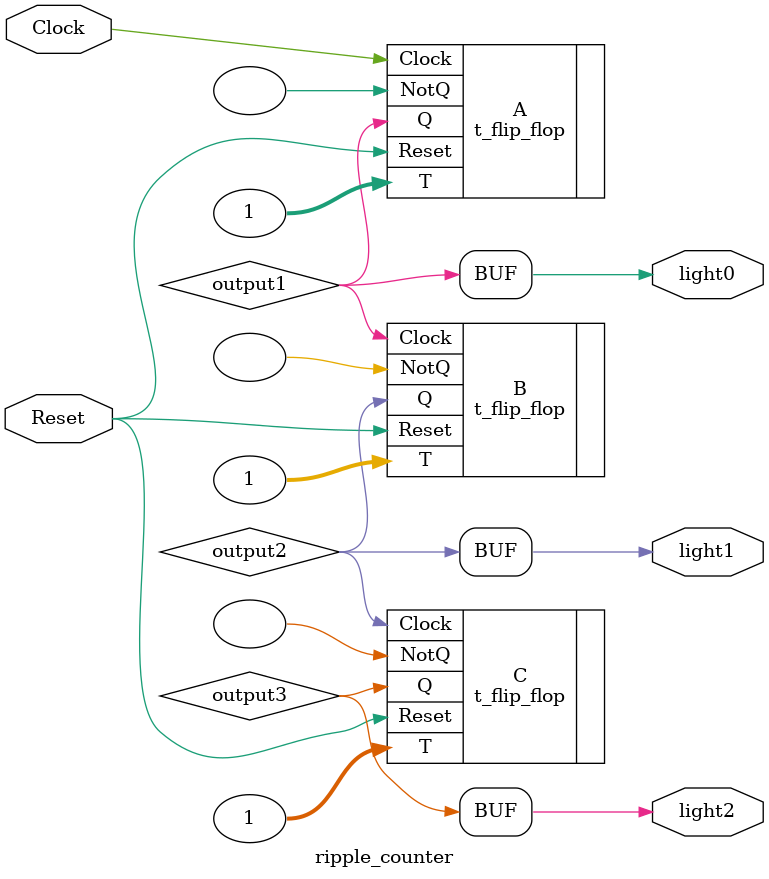
<source format=v>
module ripple_counter(
    input Clock,
    input Reset,
    output light0,
    output light1,
    output light2
    );
    
    wire output1;
    
    t_flip_flop A(
        .T(1),
        .Clock(Clock),
        .Reset(Reset),
        .Q(output1),
        .NotQ()
    );
    
    wire output2;
    
    t_flip_flop B(
        .T(1),
        .Clock(output1),
        .Reset(Reset),
        .Q(output2),
        .NotQ()
    );
    
    wire output3;
    
    t_flip_flop C(
        .T(1),
        .Clock(output2),
        .Reset(Reset),
        .Q(output3),
        .NotQ()
    );
    
    assign light0 = output1;
    assign light1 = output2;
    assign light2 = output3;
    
endmodule

</source>
